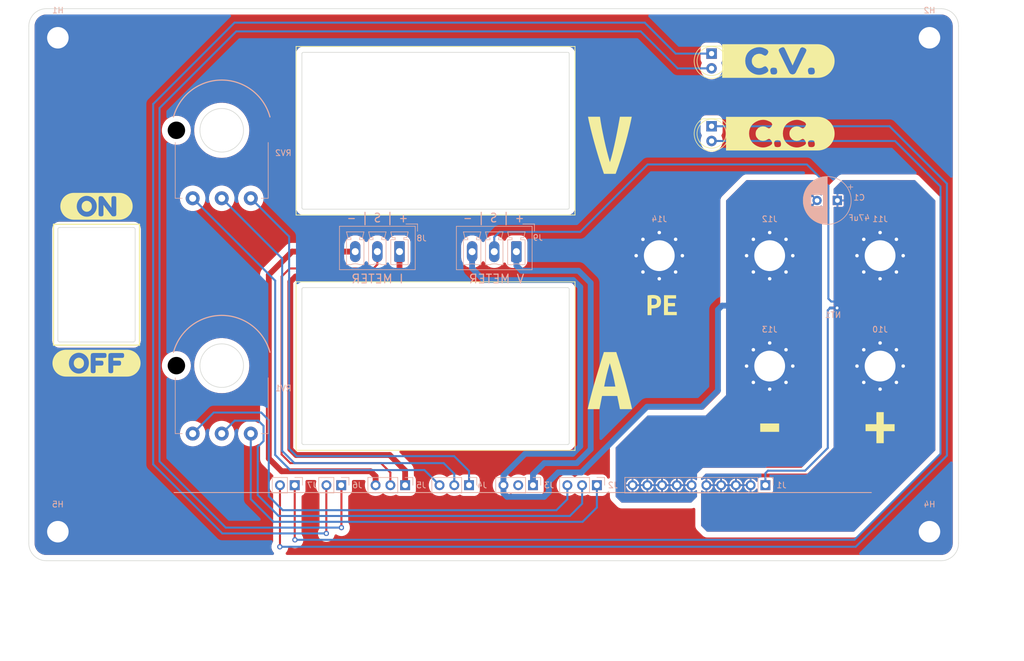
<source format=kicad_pcb>
(kicad_pcb (version 20211014) (generator pcbnew)
  (layers (0 "F.Cu" signal) (31 "B.Cu" signal) (34 "B.Paste" user) (35 "F.Paste" user) (36 "B.SilkS" user "B.Silkscreen") (37 "F.SilkS" user "F.Silkscreen") (38 "B.Mask" user) (39 "F.Mask" user) (44 "Edge.Cuts" user))
  (net 0 "")
  (net 1 "/VOUT")
  (net 2 "GND")
  (net 3 "Net-(D1-Pad1)")
  (net 4 "Net-(D1-Pad2)")
  (net 5 "Net-(D2-Pad1)")
  (net 6 "Net-(D2-Pad2)")
  (net 7 "Earth")
  (net 8 "Net-(J1-Pad1)")
  (net 9 "Net-(J2-Pad1)")
  (net 10 "Net-(J2-Pad2)")
  (net 11 "Net-(J2-Pad3)")
  (net 12 "+15V")
  (net 14 "Net-(J4-Pad1)")
  (net 15 "Net-(J4-Pad2)")
  (net 16 "Net-(J4-Pad3)")
  (net 17 "Net-(J5-Pad1)")
  (net 18 "Net-(J5-Pad2)")
  (net 19 "Net-(J5-Pad3)")
  (footprint "LED_THT:LED_D5.0mm" (layer "F.Cu") (at 172.5 52.725 -90)
    (fp_text reference "D1" hide)
    (fp_text value "LED")
    (pad "1" thru_hole rect (at 0 0 270) (size 1.8 1.8) (drill 0.9) (layers *.Cu *.Mask) (net 3 "Net-(D1-Pad1)"))
    (pad "2" thru_hole circle (at 2.54 0 270) (size 1.8 1.8) (drill 0.9) (layers *.Cu *.Mask) (net 4 "Net-(D1-Pad2)"))
  )
  (footprint "kibuzzard-62263B3C" (layer "F.Cu") (at 184.3302 66.5)
    (fp_text reference "kibuzzard-62263B3C" hide)
    (fp_text value "G***" hide)
  )
  (footprint "kibuzzard-62263B33" (layer "F.Cu") (at 184 54)
    (fp_text reference "kibuzzard-62263B33" hide)
    (fp_text value "G***" hide)
  )
  (footprint "kibuzzard-62263C4A" (layer "F.Cu") (at 66.65 106)
    (fp_text reference "kibuzzard-62263C4A" hide)
    (fp_text value "G***" hide)
  )
  (footprint "kibuzzard-6225A7C7" (layer "F.Cu") (at 182.5 117.1)
    (fp_text reference "kibuzzard-6225A7C7" hide)
    (fp_text value "G***" hide)
  )
  (footprint "kibuzzard-6225A7BC" (layer "F.Cu") (at 201.5 117.1)
    (fp_text reference "kibuzzard-6225A7BC" hide)
    (fp_text value "G***" hide)
  )
  (footprint "kibuzzard-6225A77E" (layer "F.Cu") (at 164 96)
    (fp_text reference "kibuzzard-6225A77E" hide)
    (fp_text value "G***" hide)
  )
  (footprint "LED_THT:LED_D5.0mm" (layer "F.Cu") (at 172.5 65.225 -90)
    (fp_text reference "D2" hide)
    (fp_text value "LED")
    (pad "1" thru_hole rect (at 0 0 270) (size 1.8 1.8) (drill 0.9) (layers *.Cu *.Mask) (net 5 "Net-(D2-Pad1)"))
    (pad "2" thru_hole circle (at 2.54 0 270) (size 1.8 1.8) (drill 0.9) (layers *.Cu *.Mask) (net 6 "Net-(D2-Pad2)"))
  )
  (footprint "kibuzzard-62263C42" (layer "F.Cu") (at 66.65 79)
    (fp_text reference "kibuzzard-62263C42" hide)
    (fp_text value "G***" hide)
  )
  (footprint "kibuzzard-6225A745" (layer "F.Cu") (at 155 68.5)
    (fp_text reference "kibuzzard-6225A745" hide)
    (fp_text value "G***" hide)
  )
  (footprint "Switches:E-Switch_R1966AyyyyyyFF" (layer "F.Cu") (at 60 102.35)
    (fp_text reference "REF**" hide)
    (fp_text value "E-Switch_R1966AyyyyyyFF")
    (fp_line (start 0.3 -19.7) (end 13 -19.7) (layer "Edge.Cuts") (width 0.1))
    (fp_line (start 0 -0.3) (end 0 -19.4) (layer "Edge.Cuts") (width 0.1))
    (fp_line (start 13.3 -19.4) (end 13.3 -0.3) (layer "Edge.Cuts") (width 0.1))
    (fp_line (start 0.3 0) (end 13 0) (layer "Edge.Cuts") (width 0.1))
    (fp_arc (start 13.3 -0.3) (mid 13.212132 -0.087868) (end 13 0) (layer "Edge.Cuts") (width 0.1))
    (fp_arc (start 13 -19.7) (mid 13.212132 -19.612132) (end 13.3 -19.4) (layer "Edge.Cuts") (width 0.1))
    (fp_arc (start 0 -19.4) (mid 0.087868 -19.612132) (end 0.3 -19.7) (layer "Edge.Cuts") (width 0.1))
    (fp_arc (start 0.3 0) (mid 0.087868 -0.087868) (end 0 -0.3) (layer "Edge.Cuts") (width 0.1))
  )
  (footprint "kibuzzard-6225A755" (layer "F.Cu") (at 155 109)
    (fp_text reference "kibuzzard-6225A755" hide)
    (fp_text value "G***" hide)
  )
  (footprint "MountingHole:MountingHole_3.7mm_Pad" (layer "B.Cu") (at 210 135 180)
    (fp_text reference "H4" (at 0 4.7) (layer "B.SilkS") (effects (justify mirror)))
    (fp_text value "#6")
    (pad "1" thru_hole circle (at 0 0 180) (size 7.4 7.4) (drill 3.7) (layers *.Cu *.Mask) (net 7 "Earth"))
  )
  (footprint "Connector_PinSocket_2.54mm:PinSocket_1x02_P2.54mm_Vertical" (layer "B.Cu") (at 108.762678 127 90)
    (fp_text reference "J6" (at 0 2.77) (layer "B.SilkS") (effects (justify mirror)))
    (fp_text value "Conn_01x02_Female")
    (pad "1" thru_hole rect (at 0 0 90) (size 1.7 1.7) (drill 1) (layers *.Cu *.Mask) (net 4 "Net-(D1-Pad2)"))
    (pad "2" thru_hole oval (at 0 -2.54 90) (size 1.7 1.7) (drill 1) (layers *.Cu *.Mask) (net 3 "Net-(D1-Pad1)"))
  )
  (footprint "Connector_Phoenix_MC:PhoenixContact_MCV_1,5_3-G-3.81_1x03_P3.81mm_Vertical" (layer "B.Cu") (at 118.7925 86.8 180)
    (fp_text reference "J8" (at -3.8 2.3) (layer "B.SilkS") (effects (justify mirror)))
    (fp_text value "Screw_Terminal_01x03")
    (pad "1" thru_hole roundrect (at 0 0 180) (size 1.8 3.6) (drill 1.2) (layers *.Cu *.Mask) (roundrect_rratio 0.1388888889) (net 17 "Net-(J5-Pad1)"))
    (pad "2" thru_hole oval (at 3.81 0 180) (size 1.8 3.6) (drill 1.2) (layers *.Cu *.Mask) (net 18 "Net-(J5-Pad2)"))
    (pad "3" thru_hole oval (at 7.62 0 180) (size 1.8 3.6) (drill 1.2) (layers *.Cu *.Mask) (net 19 "Net-(J5-Pad3)"))
  )
  (footprint "Connector_PinSocket_2.54mm:PinSocket_1x02_P2.54mm_Vertical" (layer "B.Cu") (at 100.762678 127 90)
    (fp_text reference "J7" (at 0 3) (layer "B.SilkS") (effects (justify mirror)))
    (fp_text value "Conn_01x02_Female")
    (pad "1" thru_hole rect (at 0 0 90) (size 1.7 1.7) (drill 1) (layers *.Cu *.Mask) (net 6 "Net-(D2-Pad2)"))
    (pad "2" thru_hole oval (at 0 -2.54 90) (size 1.7 1.7) (drill 1) (layers *.Cu *.Mask) (net 5 "Net-(D2-Pad1)"))
  )
  (footprint "Connector_Phoenix_MC:PhoenixContact_MCV_1,5_3-G-3.81_1x03_P3.81mm_Vertical" (layer "B.Cu") (at 138.91 86.8075 180)
    (fp_text reference "J9" (at -3.7 2.4) (layer "B.SilkS") (effects (justify mirror)))
    (fp_text value "Screw_Terminal_01x03")
    (pad "1" thru_hole roundrect (at 0 0 180) (size 1.8 3.6) (drill 1.2) (layers *.Cu *.Mask) (roundrect_rratio 0.1388888889) (net 12 "+15V"))
    (pad "2" thru_hole oval (at 3.81 0 180) (size 1.8 3.6) (drill 1.2) (layers *.Cu *.Mask) (net 1 "/VOUT"))
    (pad "3" thru_hole oval (at 7.62 0 180) (size 1.8 3.6) (drill 1.2) (layers *.Cu *.Mask) (net 2 "GND"))
  )
  (footprint "MountingHole:MountingHole_5.3mm_M5_Pad_Via" (layer "B.Cu") (at 182.5 87.5 180)
    (fp_text reference "J12" (at 0 6.3) (layer "B.SilkS") (effects (justify mirror)))
    (fp_text value "Screw_Terminal_01x01")
    (pad "1" thru_hole circle (at -2.810749 2.810749 180) (size 0.9 0.9) (drill 0.6) (layers *.Cu *.Mask) (net 2 "GND"))
    (pad "1" thru_hole circle (at -2.810749 -2.810749 180) (size 0.9 0.9) (drill 0.6) (layers *.Cu *.Mask) (net 2 "GND"))
    (pad "1" thru_hole circle (at 3.975 0 180) (size 0.9 0.9) (drill 0.6) (layers *.Cu *.Mask) (net 2 "GND"))
    (pad "1" thru_hole circle (at -3.975 0 180) (size 0.9 0.9) (drill 0.6) (layers *.Cu *.Mask) (net 2 "GND"))
    (pad "1" thru_hole circle (at 0 3.975 180) (size 0.9 0.9) (drill 0.6) (layers *.Cu *.Mask) (net 2 "GND"))
    (pad "1" thru_hole circle (at 0 -3.975 180) (size 0.9 0.9) (drill 0.6) (layers *.Cu *.Mask) (net 2 "GND"))
    (pad "1" thru_hole circle (at 2.810749 -2.810749 180) (size 0.9 0.9) (drill 0.6) (layers *.Cu *.Mask) (net 2 "GND"))
    (pad "1" thru_hole circle (at 0 0 180) (size 10.6 10.6) (drill 5.3) (layers *.Cu *.Mask) (net 2 "GND"))
    (pad "1" thru_hole circle (at 2.810749 2.810749 180) (size 0.9 0.9) (drill 0.6) (layers *.Cu *.Mask) (net 2 "GND"))
  )
  (footprint "Connector_PinSocket_2.54mm:PinSocket_1x10_P2.54mm_Vertical" (layer "B.Cu") (at 181.762678 127 90)
    (fp_text reference "J1" (at 0 2.77) (layer "B.SilkS") (effects (justify mirror)))
    (fp_text value "Conn_01x10_Female")
    (pad "1" thru_hole rect (at 0 0 90) (size 1.7 1.7) (drill 1) (layers *.Cu *.Mask) (net 8 "Net-(J1-Pad1)"))
    (pad "2" thru_hole oval (at 0 -2.54 90) (size 1.7 1.7) (drill 1) (layers *.Cu *.Mask) (net 1 "/VOUT"))
    (pad "3" thru_hole oval (at 0 -5.08 90) (size 1.7 1.7) (drill 1) (layers *.Cu *.Mask) (net 1 "/VOUT"))
    (pad "4" thru_hole oval (at 0 -7.62 90) (size 1.7 1.7) (drill 1) (layers *.Cu *.Mask) (net 1 "/VOUT"))
    (pad "5" thru_hole oval (at 0 -10.16 90) (size 1.7 1.7) (drill 1) (layers *.Cu *.Mask) (net 1 "/VOUT"))
    (pad "6" thru_hole oval (at 0 -12.7 90) (size 1.7 1.7) (drill 1) (layers *.Cu *.Mask) (net 2 "GND"))
    (pad "7" thru_hole oval (at 0 -15.24 90) (size 1.7 1.7) (drill 1) (layers *.Cu *.Mask) (net 2 "GND"))
    (pad "8" thru_hole oval (at 0 -17.78 90) (size 1.7 1.7) (drill 1) (layers *.Cu *.Mask) (net 2 "GND"))
    (pad "9" thru_hole oval (at 0 -20.32 90) (size 1.7 1.7) (drill 1) (layers *.Cu *.Mask) (net 2 "GND"))
    (pad "10" thru_hole oval (at 0 -22.86 90) (size 1.7 1.7) (drill 1) (layers *.Cu *.Mask) (net 2 "GND"))
  )
  (footprint "Connector_PinSocket_2.54mm:PinSocket_1x03_P2.54mm_Vertical" (layer "B.Cu") (at 152.762678 127 90)
    (fp_text reference "J2" (at 0 2.77) (layer "B.SilkS") (effects (justify mirror)))
    (fp_text value "Conn_01x03_Female")
    (pad "1" thru_hole rect (at 0 0 90) (size 1.7 1.7) (drill 1) (layers *.Cu *.Mask) (net 9 "Net-(J2-Pad1)"))
    (pad "2" thru_hole oval (at 0 -2.54 90) (size 1.7 1.7) (drill 1) (layers *.Cu *.Mask) (net 10 "Net-(J2-Pad2)"))
    (pad "3" thru_hole oval (at 0 -5.08 90) (size 1.7 1.7) (drill 1) (layers *.Cu *.Mask) (net 11 "Net-(J2-Pad3)"))
  )
  (footprint "Connector_PinSocket_2.54mm:PinSocket_1x03_P2.54mm_Vertical" (layer "B.Cu") (at 141.762678 127 90)
    (fp_text reference "J3" (at 0 2.77) (layer "B.SilkS") (effects (justify mirror)))
    (fp_text value "Conn_01x03_Female")
    (pad "1" thru_hole rect (at 0 0 90) (size 1.7 1.7) (drill 1) (layers *.Cu *.Mask) (net 12 "+15V"))
    (pad "2" thru_hole oval (at 0 -2.54 90) (size 1.7 1.7) (drill 1) (layers *.Cu *.Mask))
    (pad "3" thru_hole oval (at 0 -5.08 90) (size 1.7 1.7) (drill 1) (layers *.Cu *.Mask) (net 2 "GND"))
  )
  (footprint "Repowered_Potentiometers_THT:Pot_TT_P160KNPD-4FC" (layer "B.Cu") (at 88.2 77.622915 180)
    (fp_text reference "RV2" (at -10.6 7.8 unlocked) (layer "B.SilkS") (effects (justify mirror)))
    (fp_text value "10k")
    (fp_circle (center 0 11.7) (end 3.75 11.7) (layer "Edge.Cuts") (width 0.1) (fill none))
    (pad "" np_thru_hole circle (at 7.8 11.7) (size 3 3) (drill 3) (layers *.Mask))
    (pad "1" thru_hole circle (at 5 0) (size 2.4 2.4) (drill 1.2) (layers *.Cu *.Mask) (net 16 "Net-(J4-Pad3)"))
    (pad "2" thru_hole circle (at 0 0) (size 2.4 2.4) (drill 1.2) (layers *.Cu *.Mask) (net 15 "Net-(J4-Pad2)"))
    (pad "3" thru_hole circle (at -5 0) (size 2.4 2.4) (drill 1.2) (layers *.Cu *.Mask) (net 14 "Net-(J4-Pad1)"))
  )
  (footprint "MountingHole:MountingHole_3.7mm_Pad" (layer "B.Cu") (at 210 50 180)
    (fp_text reference "H2" (at 0 4.7) (layer "B.SilkS") (effects (justify mirror)))
    (fp_text value "#6")
    (pad "1" thru_hole circle (at 0 0 180) (size 7.4 7.4) (drill 3.7) (layers *.Cu *.Mask) (net 7 "Earth"))
  )
  (footprint "MountingHole:MountingHole_5.3mm_M5_Pad_Via" (layer "B.Cu") (at 163.5 87.5 180)
    (fp_text reference "J14" (at 0 6.3) (layer "B.SilkS") (effects (justify mirror)))
    (fp_text value "Screw_Terminal_01x01")
    (pad "1" thru_hole circle (at -2.810749 2.810749 180) (size 0.9 0.9) (drill 0.6) (layers *.Cu *.Mask) (net 7 "Earth"))
    (pad "1" thru_hole circle (at 2.810749 -2.810749 180) (size 0.9 0.9) (drill 0.6) (layers *.Cu *.Mask) (net 7 "Earth"))
    (pad "1" thru_hole circle (at 2.810749 2.810749 180) (size 0.9 0.9) (drill 0.6) (layers *.Cu *.Mask) (net 7 "Earth"))
    (pad "1" thru_hole circle (at 0 0 180) (size 10.6 10.6) (drill 5.3) (layers *.Cu *.Mask) (net 7 "Earth"))
    (pad "1" thru_hole circle (at 3.975 0 180) (size 0.9 0.9) (drill 0.6) (layers *.Cu *.Mask) (net 7 "Earth"))
    (pad "1" thru_hole circle (at -3.975 0 180) (size 0.9 0.9) (drill 0.6) (layers *.Cu *.Mask) (net 7 "Earth"))
    (pad "1" thru_hole circle (at 0 3.975 180) (size 0.9 0.9) (drill 0.6) (layers *.Cu *.Mask) (net 7 "Earth"))
    (pad "1" thru_hole circle (at -2.810749 -2.810749 180) (size 0.9 0.9) (drill 0.6) (layers *.Cu *.Mask) (net 7 "Earth"))
    (pad "1" thru_hole circle (at 0 -3.975 180) (size 0.9 0.9) (drill 0.6) (layers *.Cu *.Mask) (net 7 "Earth"))
  )
  (footprint "Repowered_Potentiometers_THT:Pot_TT_P160KNPD-4FC" (layer "B.Cu") (at 88.2 118.122915 180)
    (fp_text reference "RV1" (at -10.6 7.8 unlocked) (layer "B.SilkS") (effects (justify mirror)))
    (fp_text value "10k")
    (fp_circle (center 0 11.7) (end 3.75 11.7) (layer "Edge.Cuts") (width 0.1) (fill none))
    (pad "" np_thru_hole circle (at 7.8 11.7) (size 3 3) (drill 3) (layers *.Mask))
    (pad "1" thru_hole circle (at 5 0) (size 2.4 2.4) (drill 1.2) (layers *.Cu *.Mask) (net 11 "Net-(J2-Pad3)"))
    (pad "2" thru_hole circle (at 0 0) (size 2.4 2.4) (drill 1.2) (layers *.Cu *.Mask) (net 10 "Net-(J2-Pad2)"))
    (pad "3" thru_hole circle (at -5 0) (size 2.4 2.4) (drill 1.2) (layers *.Cu *.Mask) (net 9 "Net-(J2-Pad1)"))
  )
  (footprint "MountingHole:MountingHole_3.7mm_Pad" (layer "B.Cu") (at 60 50 180)
    (fp_text reference "H1" (at 0 4.7) (layer "B.SilkS") (effects (justify mirror)))
    (fp_text value "#6")
    (pad "1" thru_hole circle (at 0 0 180) (size 7.4 7.4) (drill 3.7) (layers *.Cu *.Mask) (net 7 "Earth"))
  )
  (footprint "MountingHole:MountingHole_3.7mm_Pad" (layer "B.Cu") (at 60 135 180)
    (fp_text reference "H5" (at 0 4.7) (layer "B.SilkS") (effects (justify mirror)))
    (fp_text value "#6")
    (pad "1" thru_hole circle (at 0 0 180) (size 7.4 7.4) (drill 3.7) (layers *.Cu *.Mask) (net 7 "Earth"))
  )
  (footprint "MountingHole:MountingHole_5.3mm_M5_Pad_Via" (layer "B.Cu") (at 182.5 106.5 180)
    (fp_text reference "J13" (at 0 6.3) (layer "B.SilkS") (effects (justify mirror)))
    (fp_text value "Screw_Terminal_01x01")
    (pad "1" thru_hole circle (at 0 3.975 180) (size 0.9 0.9) (drill 0.6) (layers *.Cu *.Mask) (net 2 "GND"))
    (pad "1" thru_hole circle (at 3.975 0 180) (size 0.9 0.9) (drill 0.6) (layers *.Cu *.Mask) (net 2 "GND"))
    (pad "1" thru_hole circle (at -2.810749 2.810749 180) (size 0.9 0.9) (drill 0.6) (layers *.Cu *.Mask) (net 2 "GND"))
    (pad "1" thru_hole circle (at -2.810749 -2.810749 180) (size 0.9 0.9) (drill 0.6) (layers *.Cu *.Mask) (net 2 "GND"))
    (pad "1" thru_hole circle (at 0 -3.975 180) (size 0.9 0.9) (drill 0.6) (layers *.Cu *.Mask) (net 2 "GND"))
    (pad "1" thru_hole circle (at -3.975 0 180) (size 0.9 0.9) (drill 0.6) (layers *.Cu *.Mask) (net 2 "GND"))
    (pad "1" thru_hole circle (at 2.810749 -2.810749 180) (size 0.9 0.9) (drill 0.6) (layers *.Cu *.Mask) (net 2 "GND"))
    (pad "1" thru_hole circle (at 2.810749 2.810749 180) (size 0.9 0.9) (drill 0.6) (layers *.Cu *.Mask) (net 2 "GND"))
    (pad "1" thru_hole circle (at 0 0 180) (size 10.6 10.6) (drill 5.3) (layers *.Cu *.Mask) (net 2 "GND"))
  )
  (footprint "MountingHole:MountingHole_5.3mm_M5_Pad_Via" (layer "B.Cu") (at 201.5 106.5 180)
    (fp_text reference "J10" (at 0 6.3) (layer "B.SilkS") (effects (justify mirror)))
    (fp_text value "Screw_Terminal_01x01")
    (pad "1" thru_hole circle (at 0 3.975 180) (size 0.9 0.9) (drill 0.6) (layers *.Cu *.Mask) (net 1 "/VOUT"))
    (pad "1" thru_hole circle (at -2.810749 -2.810749 180) (size 0.9 0.9) (drill 0.6) (layers *.Cu *.Mask) (net 1 "/VOUT"))
    (pad "1" thru_hole circle (at 0 0 180) (size 10.6 10.6) (drill 5.3) (layers *.Cu *.Mask) (net 1 "/VOUT"))
    (pad "1" thru_hole circle (at 2.810749 2.810749 180) (size 0.9 0.9) (drill 0.6) (layers *.Cu *.Mask) (net 1 "/VOUT"))
    (pad "1" thru_hole circle (at -3.975 0 180) (size 0.9 0.9) (drill 0.6) (layers *.Cu *.Mask) (net 1 "/VOUT"))
    (pad "1" thru_hole circle (at -2.810749 2.810749 180) (size 0.9 0.9) (drill 0.6) (layers *.Cu *.Mask) (net 1 "/VOUT"))
    (pad "1" thru_hole circle (at 3.975 0 180) (size 0.9 0.9) (drill 0.6) (layers *.Cu *.Mask) (net 1 "/VOUT"))
    (pad "1" thru_hole circle (at 2.810749 -2.810749 180) (size 0.9 0.9) (drill 0.6) (layers *.Cu *.Mask) (net 1 "/VOUT"))
    (pad "1" thru_hole circle (at 0 -3.975 180) (size 0.9 0.9) (drill 0.6) (layers *.Cu *.Mask) (net 1 "/VOUT"))
  )
  (footprint "MountingHole:MountingHole_5.3mm_M5_Pad_Via" (layer "B.Cu") (at 201.5 87.5 180)
    (fp_text reference "J11" (at 0 6.3) (layer "B.SilkS") (effects (justify mirror)))
    (fp_text value "Screw_Terminal_01x01")
    (pad "1" thru_hole circle (at 2.810749 -2.810749 180) (size 0.9 0.9) (drill 0.6) (layers *.Cu *.Mask) (net 1 "/VOUT"))
    (pad "1" thru_hole circle (at 3.975 0 180) (size 0.9 0.9) (drill 0.6) (layers *.Cu *.Mask) (net 1 "/VOUT"))
    (pad "1" thru_hole circle (at 0 0 180) (size 10.6 10.6) (drill 5.3) (layers *.Cu *.Mask) (net 1 "/VOUT"))
    (pad "1" thru_hole circle (at 2.810749 2.810749 180) (size 0.9 0.9) (drill 0.6) (layers *.Cu *.Mask) (net 1 "/VOUT"))
    (pad "1" thru_hole circle (at 0 -3.975 180) (size 0.9 0.9) (drill 0.6) (layers *.Cu *.Mask) (net 1 "/VOUT"))
    (pad "1" thru_hole circle (at -2.810749 2.810749 180) (size 0.9 0.9) (drill 0.6) (layers *.Cu *.Mask) (net 1 "/VOUT"))
    (pad "1" thru_hole circle (at -3.975 0 180) (size 0.9 0.9) (drill 0.6) (layers *.Cu *.Mask) (net 1 "/VOUT"))
    (pad "1" thru_hole circle (at 0 3.975 180) (size 0.9 0.9) (drill 0.6) (layers *.Cu *.Mask) (net 1 "/VOUT"))
    (pad "1" thru_hole circle (at -2.810749 -2.810749 180) (size 0.9 0.9) (drill 0.6) (layers *.Cu *.Mask) (net 1 "/VOUT"))
  )
  (footprint "NetTie:NetTie-2_SMD_Pad0.5mm" (layer "B.Cu") (at 193.4 96.5)
    (fp_text reference "NT1" (at 0 1.2) (layer "B.SilkS") (effects (justify mirror)))
    (fp_text value "NetTie_2")
    (fp_poly (pts (xy -0.5 0.25) (xy 0.5 0.25) (xy 0.5 -0.25) (xy -0.5 -0.25)) (layer "B.Cu") (width 0) (fill solid))
    (pad "1" smd circle (at -0.5 0) (size 0.5 0.5) (layers "B.Cu") (net 8 "Net-(J1-Pad1)"))
    (pad "2" smd circle (at 0.5 0) (size 0.5 0.5) (layers "B.Cu") (net 1 "/VOUT"))
  )
  (footprint "Connector_PinSocket_2.54mm:PinSocket_1x03_P2.54mm_Vertical" (layer "B.Cu") (at 119.762678 127 90)
    (fp_text reference "J5" (at 0 2.77) (layer "B.SilkS") (effects (justify mirror)))
    (fp_text value "Conn_01x03_Female")
    (pad "1" thru_hole rect (at 0 0 90) (size 1.7 1.7) (drill 1) (layers *.Cu *.Mask) (net 17 "Net-(J5-Pad1)"))
    (pad "2" thru_hole oval (at 0 -2.54 90) (size 1.7 1.7) (drill 1) (layers *.Cu *.Mask) (net 18 "Net-(J5-Pad2)"))
    (pad "3" thru_hole oval (at 0 -5.08 90) (size 1.7 1.7) (drill 1) (layers *.Cu *.Mask) (net 19 "Net-(J5-Pad3)"))
  )
  (footprint "Connector_PinSocket_2.54mm:PinSocket_1x03_P2.54mm_Vertical" (layer "B.Cu") (at 130.762678 127 90)
    (fp_text reference "J4" (at 0 2.237322) (layer "B.SilkS") (effects (justify mirror)))
    (fp_text value "Conn_01x03_Female")
    (pad "1" thru_hole rect (at 0 0 90) (size 1.7 1.7) (drill 1) (layers *.Cu *.Mask) (net 14 "Net-(J4-Pad1)"))
    (pad "2" thru_hole oval (at 0 -2.54 90) (size 1.7 1.7) (drill 1) (layers *.Cu *.Mask) (net 15 "Net-(J4-Pad2)"))
    (pad "3" thru_hole oval (at 0 -5.08 90) (size 1.7 1.7) (drill 1) (layers *.Cu *.Mask) (net 16 "Net-(J4-Pad3)"))
  )
  (footprint "Capacitor_THT:CP_Radial_D8.0mm_P3.50mm" (layer "B.Cu") (at 194.152651 78 180)
    (fp_text reference "C1" (at -3.75 0.5) (layer "B.SilkS") (effects (justify mirror)))
    (fp_text value "47uF" (at -3.75 -3) (layer "B.SilkS") (effects (justify mirror)))
    (pad "1" thru_hole rect (at 0 0 180) (size 1.6 1.6) (drill 0.8) (layers *.Cu *.Mask) (net 1 "/VOUT"))
    (pad "2" thru_hole circle (at 3.5 0 180) (size 1.6 1.6) (drill 0.8) (layers *.Cu *.Mask) (net 2 "GND"))
  )
  (gr_line (start 80 128.27) (end 200 128.27) (layer "B.SilkS") (width 0.15))
  (gr_line (start 101 80.5) (end 149 80.5) (layer "F.SilkS") (width 0.15))
  (gr_line (start 101 121) (end 149 121) (layer "F.SilkS") (width 0.15))
  (gr_line (start 149 121) (end 149 92) (layer "F.SilkS") (width 0.15))
  (gr_line (start 149 51.5) (end 101 51.5) (layer "F.SilkS") (width 0.15))
  (gr_line (start 149 92) (end 101 92) (layer "F.SilkS") (width 0.15))
  (gr_line (start 101 51.5) (end 101 80.5) (layer "F.SilkS") (width 0.15))
  (gr_line (start 149 80.5) (end 149 51.5) (layer "F.SilkS") (width 0.15))
  (gr_line (start 101 92) (end 101 121) (layer "F.SilkS") (width 0.15))
  (gr_line (start 212 45) (end 58 45) (layer "Edge.Cuts") (width 0.1))
  (gr_line (start 212 140) (end 58 140) (layer "Edge.Cuts") (width 0.1))
  (gr_arc (start 58 140) (mid 55.87868 139.12132) (end 55 137) (layer "Edge.Cuts") (width 0.1))
  (gr_arc (start 102 52.75) (mid 102.073223 52.573223) (end 102.25 52.5) (layer "Edge.Cuts") (width 0.1))
  (gr_line (start 148 119.75) (end 148 93.25) (layer "Edge.Cuts") (width 0.1))
  (gr_line (start 102.25 79.5) (end 147.75 79.5) (layer "Edge.Cuts") (width 0.1))
  (gr_arc (start 147.75 93) (mid 147.926777 93.073223) (end 148 93.25) (layer "Edge.Cuts") (width 0.1))
  (gr_arc (start 55 48) (mid 55.87868 45.87868) (end 58 45) (layer "Edge.Cuts") (width 0.1))
  (gr_line (start 147.75 93) (end 102.25 93) (layer "Edge.Cuts") (width 0.1))
  (gr_line (start 102.25 120) (end 147.75 120) (layer "Edge.Cuts") (width 0.1))
  (gr_arc (start 147.75 52.5) (mid 147.926777 52.573223) (end 148 52.75) (layer "Edge.Cuts") (width 0.1))
  (gr_arc (start 102.25 79.5) (mid 102.073223 79.426777) (end 102 79.25) (layer "Edge.Cuts") (width 0.1))
  (gr_line (start 147.75 52.5) (end 102.25 52.5) (layer "Edge.Cuts") (width 0.1))
  (gr_line (start 148 79.25) (end 148 52.75) (layer "Edge.Cuts") (width 0.1))
  (gr_arc (start 212 45) (mid 214.12132 45.87868) (end 215 48) (layer "Edge.Cuts") (width 0.1))
  (gr_arc (start 102 93.25) (mid 102.073223 93.073223) (end 102.25 93) (layer "Edge.Cuts") (width 0.1))
  (gr_line (start 102 93.25) (end 102 119.75) (layer "Edge.Cuts") (width 0.1))
  (gr_line (start 215 137) (end 215 48) (layer "Edge.Cuts") (width 0.1))
  (gr_arc (start 148 79.25) (mid 147.926777 79.426777) (end 147.75 79.5) (layer "Edge.Cuts") (width 0.1))
  (gr_line (start 55 48) (end 55 137) (layer "Edge.Cuts") (width 0.1))
  (gr_line (start 102 52.75) (end 102 79.25) (layer "Edge.Cuts") (width 0.1))
  (gr_arc (start 215 137) (mid 214.12132 139.12132) (end 212 140) (layer "Edge.Cuts") (width 0.1))
  (gr_arc (start 102.25 120) (mid 102.073223 119.926777) (end 102 119.75) (layer "Edge.Cuts") (width 0.1))
  (gr_arc (start 148 119.75) (mid 147.926777 119.926777) (end 147.75 120) (layer "Edge.Cuts") (width 0.1))
  (gr_text "+ | S | -" (at 135 81) (layer "B.SilkS") (effects (font (size 1.5 1.25) (thickness 0.2)) (justify mirror)))
  (gr_text "+ | S | -" (at 115 81) (layer "B.SilkS") (effects (font (size 1.5 1.25) (thickness 0.2)) (justify mirror)))
  (gr_text "I METER" (at 115 91.5) (layer "B.SilkS") (effects (font (size 1.5 1.5) (thickness 0.2)) (justify mirror)))
  (gr_text "V METER" (at 135.5 91.5) (layer "B.SilkS") (effects (font (size 1.5 1.5) (thickness 0.2)) (justify mirror)))
  (via (at 194.1 96.5) (size 0.9) (drill 0.5) (layers "F.Cu" "B.Cu") (net 1))
  (segment (start 192.6 94.9) (end 193.1 95.4) (width 0.35) (layer "B.Cu") (net 1))
  (segment (start 136 83.4) (end 141.6 83.4) (width 0.35) (layer "B.Cu") (net 1))
  (segment (start 192.3 75.2) (end 192.6 75.5) (width 0.35) (layer "B.Cu") (net 1))
  (segment (start 135.8 83.6) (end 136 83.4) (width 0.35) (layer "B.Cu") (net 1))
  (segment (start 135.1 84.3) (end 135.8 83.6) (width 0.35) (layer "B.Cu") (net 1))
  (segment (start 149.9 83.4) (end 156.6 76.7) (width 0.35) (layer "B.Cu") (net 1))
  (segment (start 188.9 71.8) (end 192.3 75.2) (width 0.35) (layer "B.Cu") (net 1))
  (segment (start 193.1 95.4) (end 193.8 95.4) (width 0.35) (layer "B.Cu") (net 1))
  (segment (start 161.5 71.8) (end 187.8 71.8) (width 0.35) (layer "B.Cu") (net 1))
  (segment (start 135.1 86.8075) (end 135.1 84.3) (width 0.35) (layer "B.Cu") (net 1))
  (segment (start 192.6 75.5) (end 192.6 79.3) (width 0.35) (layer "B.Cu") (net 1))
  (segment (start 187.8 71.8) (end 188.9 71.8) (width 0.35) (layer "B.Cu") (net 1))
  (segment (start 192.6 79.3) (end 192.6 94.9) (width 0.35) (layer "B.Cu") (net 1))
  (segment (start 156.6 76.7) (end 161.5 71.8) (width 0.35) (layer "B.Cu") (net 1))
  (segment (start 141.6 83.4) (end 149.9 83.4) (width 0.35) (layer "B.Cu") (net 1))
  (segment (start 131.29 89.69) (end 131.29 86.8075) (width 1) (layer "B.Cu") (net 2))
  (segment (start 174.3 96.1) (end 175.8 96.1) (width 1) (layer "B.Cu") (net 2))
  (segment (start 150.1 124.8) (end 161.4 113.5) (width 1) (layer "B.Cu") (net 2))
  (segment (start 137.3 129) (end 143.7 129) (width 1) (layer "B.Cu") (net 2))
  (segment (start 144.5 128.2) (end 144.5 126.4) (width 1) (layer "B.Cu") (net 2))
  (segment (start 136.682678 128.382678) (end 137.3 129) (width 1) (layer "B.Cu") (net 2))
  (segment (start 146.1 124.8) (end 150.1 124.8) (width 1) (layer "B.Cu") (net 2))
  (segment (start 136.682678 127) (end 136.682678 125.317322) (width 1) (layer "B.Cu") (net 2))
  (segment (start 133.3 91.7) (end 131.29 89.69) (width 1) (layer "B.Cu") (net 2))
  (segment (start 170.8 113.5) (end 173.6 110.7) (width 1) (layer "B.Cu") (net 2))
  (segment (start 143.7 129) (end 144.5 128.2) (width 1) (layer "B.Cu") (net 2))
  (segment (start 173.6 96.8) (end 174.3 96.1) (width 1) (layer "B.Cu") (net 2))
  (segment (start 140.4 121.6) (end 148.6 121.6) (width 1) (layer "B.Cu") (net 2))
  (segment (start 136.682678 125.317322) (end 140.4 121.6) (width 1) (layer "B.Cu") (net 2))
  (segment (start 173.6 110.7) (end 173.6 96.8) (width 1) (layer "B.Cu") (net 2))
  (segment (start 148.7 91.7) (end 133.3 91.7) (width 1) (layer "B.Cu") (net 2))
  (segment (start 161.4 113.5) (end 170.8 113.5) (width 1) (layer "B.Cu") (net 2))
  (segment (start 148.6 121.6) (end 149.9 120.3) (width 1) (layer "B.Cu") (net 2))
  (segment (start 149.9 120.3) (end 149.9 92.9) (width 1) (layer "B.Cu") (net 2))
  (segment (start 149.9 92.9) (end 148.7 91.7) (width 1) (layer "B.Cu") (net 2))
  (segment (start 144.5 126.4) (end 146.1 124.8) (width 1) (layer "B.Cu") (net 2))
  (segment (start 136.682678 127) (end 136.682678 128.382678) (width 1) (layer "B.Cu") (net 2))
  (segment (start 106.2 135.3) (end 106.2 127.022678) (width 0.35) (layer "F.Cu") (net 3))
  (segment (start 106.2 127.022678) (end 106.222678 127) (width 0.35) (layer "F.Cu") (net 3))
  (via (at 106.2 135.3) (size 0.9) (drill 0.5) (layers "F.Cu" "B.Cu") (net 3))
  (segment (start 106.2 135.3) (end 88.3 135.3) (width 0.35) (layer "B.Cu") (net 3))
  (segment (start 90.4 47.4) (end 161 47.4) (width 0.35) (layer "B.Cu") (net 3))
  (segment (start 161 47.4) (end 166.325 52.725) (width 0.35) (layer "B.Cu") (net 3))
  (segment (start 166.325 52.725) (end 172.5 52.725) (width 0.35) (layer "B.Cu") (net 3))
  (segment (start 76.4 61.4) (end 90.4 47.4) (width 0.35) (layer "B.Cu") (net 3))
  (segment (start 88.3 135.3) (end 76.4 123.4) (width 0.35) (layer "B.Cu") (net 3))
  (segment (start 76.4 123.4) (end 76.4 61.4) (width 0.35) (layer "B.Cu") (net 3))
  (segment (start 108.8 127.037322) (end 108.762678 127) (width 0.35) (layer "F.Cu") (net 4))
  (segment (start 108.8 134.3) (end 108.8 127.037322) (width 0.35) (layer "F.Cu") (net 4))
  (via (at 108.8 134.3) (size 0.9) (drill 0.5) (layers "F.Cu" "B.Cu") (net 4))
  (segment (start 166.665 55.265) (end 172.5 55.265) (width 0.35) (layer "B.Cu") (net 4))
  (segment (start 90.7 48.9) (end 160.3 48.9) (width 0.35) (layer "B.Cu") (net 4))
  (segment (start 88.9 134.3) (end 77.5 122.9) (width 0.35) (layer "B.Cu") (net 4))
  (segment (start 77.5 122.9) (end 77.5 62.1) (width 0.35) (layer "B.Cu") (net 4))
  (segment (start 160.3 48.9) (end 166.665 55.265) (width 0.35) (layer "B.Cu") (net 4))
  (segment (start 108.8 134.3) (end 88.9 134.3) (width 0.35) (layer "B.Cu") (net 4))
  (segment (start 77.5 62.1) (end 90.7 48.9) (width 0.35) (layer "B.Cu") (net 4))
  (segment (start 98.222678 137.577322) (end 98.222678 127) (width 0.35) (layer "F.Cu") (net 5))
  (segment (start 98.2 137.6) (end 98.222678 137.577322) (width 0.35) (layer "F.Cu") (net 5))
  (via (at 98.2 137.6) (size 0.9) (drill 0.5) (layers "F.Cu" "B.Cu") (net 5))
  (segment (start 98.2 137.6) (end 197.3 137.6) (width 0.35) (layer "B.Cu") (net 5))
  (segment (start 213 75.1) (end 203.125 65.225) (width 0.35) (layer "B.Cu") (net 5))
  (segment (start 203.125 65.225) (end 172.5 65.225) (width 0.35) (layer "B.Cu") (net 5))
  (segment (start 213 121.9) (end 213 75.1) (width 0.35) (layer "B.Cu") (net 5))
  (segment (start 197.3 137.6) (end 213 121.9) (width 0.35) (layer "B.Cu") (net 5))
  (segment (start 100.762678 127) (end 100.762678 136.362678) (width 0.35) (layer "F.Cu") (net 6))
  (segment (start 100.762678 136.362678) (end 100.8 136.4) (width 0.35) (layer "F.Cu") (net 6))
  (via (at 100.8 136.4) (size 0.9) (drill 0.5) (layers "F.Cu" "B.Cu") (net 6))
  (segment (start 100.8 136.4) (end 197.1 136.4) (width 0.35) (layer "B.Cu") (net 6))
  (segment (start 211.9 121.6) (end 211.9 75.6) (width 0.35) (layer "B.Cu") (net 6))
  (segment (start 211.9 75.6) (end 204.065 67.765) (width 0.35) (layer "B.Cu") (net 6))
  (segment (start 204.065 67.765) (end 172.5 67.765) (width 0.35) (layer "B.Cu") (net 6))
  (segment (start 197.1 136.4) (end 211.9 121.6) (width 0.35) (layer "B.Cu") (net 6))
  (segment (start 181.762678 124.937322) (end 182.2 124.5) (width 0.35) (layer "B.Cu") (net 8))
  (segment (start 182.2 124.5) (end 188.6 124.5) (width 0.35) (layer "B.Cu") (net 8))
  (segment (start 192.5 120.6) (end 192.5 96.9) (width 0.35) (layer "B.Cu") (net 8))
  (segment (start 192.5 96.9) (end 192.9 96.5) (width 0.35) (layer "B.Cu") (net 8))
  (segment (start 188.6 124.5) (end 192.5 120.6) (width 0.35) (layer "B.Cu") (net 8))
  (segment (start 181.762678 127) (end 181.762678 124.937322) (width 0.35) (layer "B.Cu") (net 8))
  (segment (start 152.762678 130.837322) (end 152.762678 127) (width 0.35) (layer "B.Cu") (net 9))
  (segment (start 150.3 133.3) (end 152.762678 130.837322) (width 0.35) (layer "B.Cu") (net 9))
  (segment (start 97.1 133.3) (end 150.3 133.3) (width 0.35) (layer "B.Cu") (net 9))
  (segment (start 93.2 118.122915) (end 93.2 129.4) (width 0.35) (layer "B.Cu") (net 9))
  (segment (start 93.2 129.4) (end 97.1 133.3) (width 0.35) (layer "B.Cu") (net 9))
  (segment (start 94.4 120.4) (end 94.4 128.7) (width 0.35) (layer "B.Cu") (net 10))
  (segment (start 148.1 132.3) (end 150.222678 130.177322) (width 0.35) (layer "B.Cu") (net 10))
  (segment (start 88.2 118.122915) (end 90.422915 115.9) (width 0.35) (layer "B.Cu") (net 10))
  (segment (start 150.222678 130.177322) (end 150.222678 127) (width 0.35) (layer "B.Cu") (net 10))
  (segment (start 98 132.3) (end 148.1 132.3) (width 0.35) (layer "B.Cu") (net 10))
  (segment (start 95.4 116.8) (end 95.4 119.4) (width 0.35) (layer "B.Cu") (net 10))
  (segment (start 90.422915 115.9) (end 94.5 115.9) (width 0.35) (layer "B.Cu") (net 10))
  (segment (start 94.4 128.7) (end 98 132.3) (width 0.35) (layer "B.Cu") (net 10))
  (segment (start 94.5 115.9) (end 95.4 116.8) (width 0.35) (layer "B.Cu") (net 10))
  (segment (start 95.4 119.4) (end 94.4 120.4) (width 0.35) (layer "B.Cu") (net 10))
  (segment (start 147.682678 129.417322) (end 145.8 131.3) (width 0.35) (layer "B.Cu") (net 11))
  (segment (start 145.8 131.3) (end 98.7 131.3) (width 0.35) (layer "B.Cu") (net 11))
  (segment (start 95 114.5) (end 86.822915 114.5) (width 0.35) (layer "B.Cu") (net 11))
  (segment (start 86.822915 114.5) (end 83.2 118.122915) (width 0.35) (layer "B.Cu") (net 11))
  (segment (start 98.7 131.3) (end 96.3 128.9) (width 0.35) (layer "B.Cu") (net 11))
  (segment (start 147.682678 127) (end 147.682678 129.417322) (width 0.35) (layer "B.Cu") (net 11))
  (segment (start 96.3 128.9) (end 96.3 115.8) (width 0.35) (layer "B.Cu") (net 11))
  (segment (start 96.3 115.8) (end 95 114.5) (width 0.35) (layer "B.Cu") (net 11))
  (segment (start 151.7 120.8) (end 149.3 123.2) (width 1) (layer "B.Cu") (net 12))
  (segment (start 143.7 123.2) (end 141.762678 125.137322) (width 1) (layer "B.Cu") (net 12))
  (segment (start 138.91 86.8075) (end 138.91 89.21) (width 1) (layer "B.Cu") (net 12))
  (segment (start 149.3 123.2) (end 143.7 123.2) (width 1) (layer "B.Cu") (net 12))
  (segment (start 151.7 92.2) (end 151.7 120.8) (width 1) (layer "B.Cu") (net 12))
  (segment (start 141.762678 125.137322) (end 141.762678 127) (width 1) (layer "B.Cu") (net 12))
  (segment (start 139.8 90.1) (end 149.6 90.1) (width 1) (layer "B.Cu") (net 12))
  (segment (start 149.6 90.1) (end 151.7 92.2) (width 1) (layer "B.Cu") (net 12))
  (segment (start 138.91 89.21) (end 139.8 90.1) (width 1) (layer "B.Cu") (net 12))
  (segment (start 93.222915 77.622915) (end 99.8 84.2) (width 0.35) (layer "B.Cu") (net 14))
  (segment (start 128.2 122) (end 130.762678 124.562678) (width 0.35) (layer "B.Cu") (net 14))
  (segment (start 130.762678 124.562678) (end 130.762678 127) (width 0.35) (layer "B.Cu") (net 14))
  (segment (start 99.8 120.7) (end 101.1 122) (width 0.35) (layer "B.Cu") (net 14))
  (segment (start 101.1 122) (end 128.2 122) (width 0.35) (layer "B.Cu") (net 14))
  (segment (start 93.2 77.622915) (end 93.222915 77.622915) (width 0.35) (layer "B.Cu") (net 14))
  (segment (start 99.8 84.2) (end 99.8 120.7) (width 0.35) (layer "B.Cu") (net 14))
  (segment (start 126.4 123.2) (end 128.222678 125.022678) (width 0.35) (layer "B.Cu") (net 15))
  (segment (start 98.6 88) (end 98.6 121.1) (width 0.35) (layer "B.Cu") (net 15))
  (segment (start 98.6 121.1) (end 100.7 123.2) (width 0.35) (layer "B.Cu") (net 15))
  (segment (start 128.222678 125.022678) (end 128.222678 127) (width 0.35) (layer "B.Cu") (net 15))
  (segment (start 88.2 77.622915) (end 88.222915 77.622915) (width 0.35) (layer "B.Cu") (net 15))
  (segment (start 100.7 123.2) (end 126.4 123.2) (width 0.35) (layer "B.Cu") (net 15))
  (segment (start 88.222915 77.622915) (end 98.6 88) (width 0.35) (layer "B.Cu") (net 15))
  (segment (start 97.4 91.8) (end 97.4 121.8) (width 0.35) (layer "B.Cu") (net 16))
  (segment (start 83.2 77.622915) (end 83.222915 77.622915) (width 0.35) (layer "B.Cu") (net 16))
  (segment (start 83.222915 77.622915) (end 97.4 91.8) (width 0.35) (layer "B.Cu") (net 16))
  (segment (start 123.082678 124.4) (end 125.682678 127) (width 0.35) (layer "B.Cu") (net 16))
  (segment (start 100 124.4) (end 123.082678 124.4) (width 0.35) (layer "B.Cu") (net 16))
  (segment (start 97.4 121.8) (end 100 124.4) (width 0.35) (layer "B.Cu") (net 16))
  (segment (start 119.762678 124.462678) (end 117.1 121.8) (width 1) (layer "F.Cu") (net 17))
  (segment (start 100.9 91.1) (end 117.6 91.1) (width 1) (layer "F.Cu") (net 17))
  (segment (start 117.6 91.1) (end 118.7925 89.9075) (width 1) (layer "F.Cu") (net 17))
  (segment (start 118.7925 89.9075) (end 118.7925 86.8) (width 1) (layer "F.Cu") (net 17))
  (segment (start 100 92) (end 100.9 91.1) (width 1) (layer "F.Cu") (net 17))
  (segment (start 100 120.8) (end 100 92) (width 1) (layer "F.Cu") (net 17))
  (segment (start 101 121.8) (end 100 120.8) (width 1) (layer "F.Cu") (net 17))
  (segment (start 119.762678 127) (end 119.762678 124.462678) (width 1) (layer "F.Cu") (net 17))
  (segment (start 117.1 121.8) (end 101 121.8) (width 1) (layer "F.Cu") (net 17))
  (segment (start 99.9 89.7) (end 98.5 91.1) (width 0.35) (layer "F.Cu") (net 18))
  (segment (start 98.5 91.1) (end 98.5 121.7) (width 0.35) (layer "F.Cu") (net 18))
  (segment (start 114.9825 86.8) (end 114.9825 89.0175) (width 0.35) (layer "F.Cu") (net 18))
  (segment (start 98.5 121.7) (end 100 123.2) (width 0.35) (layer "F.Cu") (net 18))
  (segment (start 114.3 89.7) (end 99.9 89.7) (width 0.35) (layer "F.Cu") (net 18))
  (segment (start 117.222678 124.822678) (end 117.222678 127) (width 0.35) (layer "F.Cu") (net 18))
  (segment (start 114.9825 89.0175) (end 114.3 89.7) (width 0.35) (layer "F.Cu") (net 18))
  (segment (start 115.6 123.2) (end 117.222678 124.822678) (width 0.35) (layer "F.Cu") (net 18))
  (segment (start 100 123.2) (end 115.6 123.2) (width 0.35) (layer "F.Cu") (net 18))
  (segment (start 96.3 90.8) (end 96.3 122.4) (width 1) (layer "F.Cu") (net 19))
  (segment (start 113.8 124.6) (end 114.682678 125.482678) (width 1) (layer "F.Cu") (net 19))
  (segment (start 98.5 124.6) (end 113.8 124.6) (width 1) (layer "F.Cu") (net 19))
  (segment (start 111.1725 86.8) (end 100.3 86.8) (width 1) (layer "F.Cu") (net 19))
  (segment (start 100.3 86.8) (end 96.3 90.8) (width 1) (layer "F.Cu") (net 19))
  (segment (start 114.682678 125.482678) (end 114.682678 127) (width 1) (layer "F.Cu") (net 19))
  (segment (start 96.3 122.4) (end 98.5 124.6) (width 1) (layer "F.Cu") (net 19))
  (zone (net 1) (net_name "/VOUT") (layers F&B.Cu) (priority 1) (connect_pads thru_hole_only (clearance 0.5)) (min_thickness 0.25) (fill yes (thermal_gap 0.3) (thermal_bridge_width 0.3))
    (polygon (pts (xy 211 121) (xy 197 135) (xy 171.7 135) (xy 170.7 134) (xy 170.7 125.8) (xy 171.5 125) (xy 179 125) (xy 184 125) (xy 189 125) (xy 193.5 120.5) (xy 193.5 76) (xy 195 74.5) (xy 207.5 74.5) (xy 211 78)))
  )
  (zone (net 7) (net_name "Earth") (layers F&B.Cu) (connect_pads thru_hole_only (clearance 1)) (min_thickness 0.5) (fill yes (thermal_gap 0.508) (thermal_bridge_width 0.508))
    (polygon (pts (xy 216 141) (xy 54 141) (xy 54 43.5) (xy 216 43.5)))
  )
  (zone (net 2) (net_name "GND") (layers F&B.Cu) (priority 1) (connect_pads thru_hole_only (clearance 0.5)) (min_thickness 0.25) (fill yes (thermal_gap 0.3) (thermal_bridge_width 0.3))
    (polygon (pts (xy 191.5 76) (xy 191.5 120.5) (xy 188 124) (xy 171 124) (xy 170 125) (xy 170 129) (xy 169 130) (xy 157 130) (xy 156 129) (xy 156 120.5) (xy 161.5 115) (xy 171.5 115) (xy 175 111.5) (xy 175 78) (xy 178.5 74.5) (xy 190 74.5)))
  )
)
</source>
